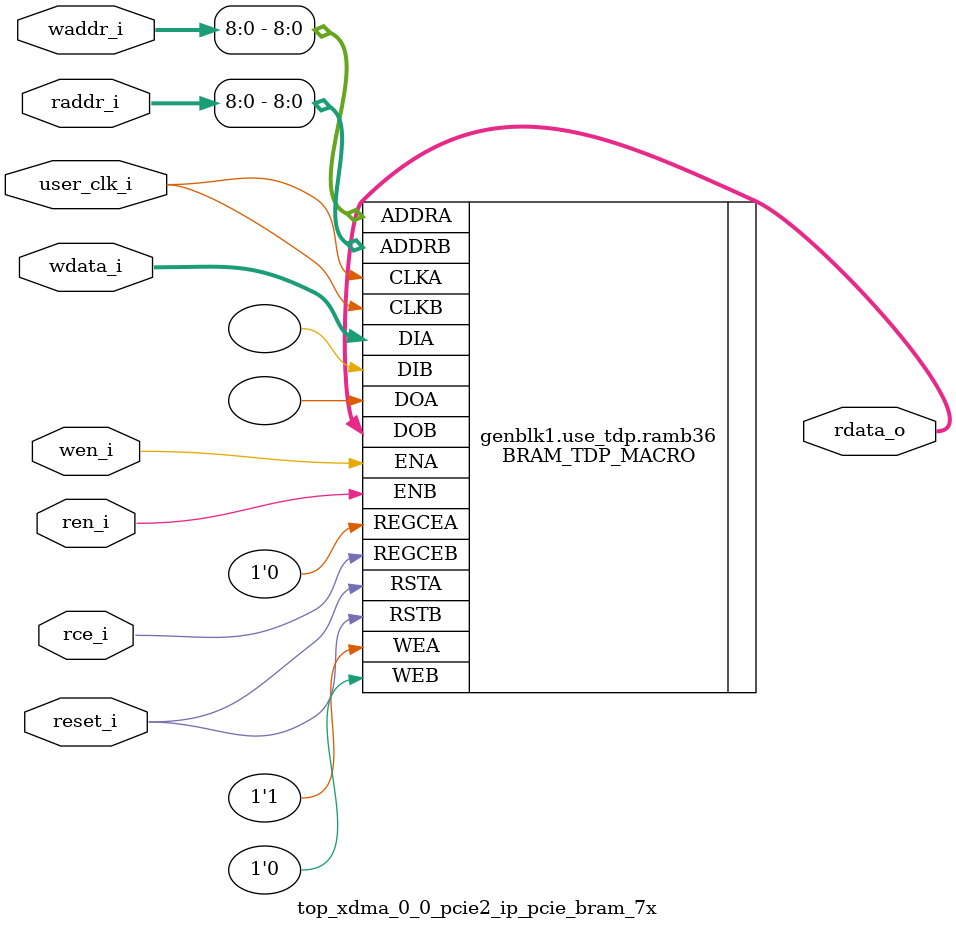
<source format=v>

`timescale 1ps/1ps

(* DowngradeIPIdentifiedWarnings = "yes" *)
module top_xdma_0_0_pcie2_ip_pcie_bram_7x
  #(
    parameter [3:0]  LINK_CAP_MAX_LINK_SPEED = 4'h1,        // PCIe Link Speed : 1 - 2.5 GT/s; 2 - 5.0 GT/s
    parameter [5:0]  LINK_CAP_MAX_LINK_WIDTH = 6'h08,       // PCIe Link Width : 1 / 2 / 4 / 8
    parameter IMPL_TARGET = "HARD",                         // the implementation target : HARD, SOFT
    parameter DOB_REG = 0,                                  // 1 - use the output register;
                                                            // 0 - don't use the output register
    parameter WIDTH = 0                                     // supported WIDTH's : 4, 9, 18, 36 - uses RAMB36
                                                            //                     72 - uses RAMB36SDP
    )
    (
     input               user_clk_i,// user clock
     input               reset_i,   // bram reset

     input               wen_i,     // write enable
     input [12:0]        waddr_i,   // write address
     input [WIDTH - 1:0] wdata_i,   // write data

     input               ren_i,     // read enable
     input               rce_i,     // output register clock enable
     input [12:0]        raddr_i,   // read address

     output [WIDTH - 1:0] rdata_o   // read data
     );

   // map the address bits
   localparam ADDR_MSB = ((WIDTH == 4)  ? 12 :
                          (WIDTH == 9)  ? 11 :
                          (WIDTH == 18) ? 10 :
                          (WIDTH == 36) ?  9 :
                                           8
                          );

   // set the width of the tied off low address bits
   localparam ADDR_LO_BITS = ((WIDTH == 4)  ? 2 :
                              (WIDTH == 9)  ? 3 :
                              (WIDTH == 18) ? 4 :
                              (WIDTH == 36) ? 5 :
                                              0 // for WIDTH 72 use RAMB36SDP
                              );

   // map the data bits
   localparam D_MSB =  ((WIDTH == 4)  ?  3 :
                        (WIDTH == 9)  ?  7 :
                        (WIDTH == 18) ? 15 :
                        (WIDTH == 36) ? 31 :
                                        63
                        );

   // map the data parity bits
   localparam DP_LSB =  D_MSB + 1;

   localparam DP_MSB =  ((WIDTH == 4)  ? 4 :
                         (WIDTH == 9)  ? 8 :
                         (WIDTH == 18) ? 17 :
                         (WIDTH == 36) ? 35 :
                                         71
                        );

   localparam DPW = DP_MSB - DP_LSB + 1;
   localparam WRITE_MODE = ((WIDTH == 72) && (!((LINK_CAP_MAX_LINK_SPEED == 4'h2) && (LINK_CAP_MAX_LINK_WIDTH == 6'h08)))) ? "WRITE_FIRST" :
                           ((LINK_CAP_MAX_LINK_SPEED == 4'h2) && (LINK_CAP_MAX_LINK_WIDTH == 6'h08)) ? "WRITE_FIRST" : "NO_CHANGE";

   localparam DEVICE = (IMPL_TARGET == "HARD") ? "7SERIES" : "VIRTEX6";
   localparam BRAM_SIZE = "36Kb";

   localparam WE_WIDTH =(DEVICE == "VIRTEX5" || DEVICE == "VIRTEX6" || DEVICE == "7SERIES") ?
                            ((WIDTH <= 9) ? 1 :
                             (WIDTH > 9 && WIDTH <= 18) ? 2 :
                             (WIDTH > 18 && WIDTH <= 36) ? 4 :
                             (WIDTH > 36 && WIDTH <= 72) ? 8 :
                             (BRAM_SIZE == "18Kb") ? 4 : 8 ) : 8;

   //synthesis translate_off
   initial begin
      //$display("[%t] %m DOB_REG %0d WIDTH %0d ADDR_MSB %0d ADDR_LO_BITS %0d DP_MSB %0d DP_LSB %0d D_MSB %0d",
      //          $time, DOB_REG,   WIDTH,    ADDR_MSB,    ADDR_LO_BITS,    DP_MSB,    DP_LSB,    D_MSB);

      case (WIDTH)
        4,9,18,36,72:;
        default:
          begin
             $display("[%t] %m Error WIDTH %0d not supported", $time, WIDTH);
             $finish;
          end
      endcase // case (WIDTH)
   end
   //synthesis translate_on

   generate
   if ((LINK_CAP_MAX_LINK_WIDTH == 6'h08 && LINK_CAP_MAX_LINK_SPEED == 4'h2) || (WIDTH == 72)) begin : use_sdp
        BRAM_SDP_MACRO #(
               .DEVICE        (DEVICE),
               .BRAM_SIZE     (BRAM_SIZE),
               .DO_REG        (DOB_REG),
               .READ_WIDTH    (WIDTH),
               .WRITE_WIDTH   (WIDTH),
               .WRITE_MODE    (WRITE_MODE)
               )
        ramb36sdp(
               .DO             (rdata_o[WIDTH-1:0]),
               .DI             (wdata_i[WIDTH-1:0]),
               .RDADDR         (raddr_i[ADDR_MSB:0]),
               .RDCLK          (user_clk_i),
               .RDEN           (ren_i),
               .REGCE          (rce_i),
               .RST            (reset_i),
               .WE             ({WE_WIDTH{1'b1}}),
               .WRADDR         (waddr_i[ADDR_MSB:0]),
               .WRCLK          (user_clk_i),
               .WREN           (wen_i)
               );

    end  // block: use_sdp
    else if (WIDTH <= 36) begin : use_tdp
    // use RAMB36's if the width is 4, 9, 18, or 36
        BRAM_TDP_MACRO #(
               .DEVICE        (DEVICE),
               .BRAM_SIZE     (BRAM_SIZE),
               .DOA_REG       (0),
               .DOB_REG       (DOB_REG),
               .READ_WIDTH_A  (WIDTH),
               .READ_WIDTH_B  (WIDTH),
               .WRITE_WIDTH_A (WIDTH),
               .WRITE_WIDTH_B (WIDTH),
               .WRITE_MODE_A  (WRITE_MODE)
               )
        ramb36(
               .DOA            (),
               .DOB            (rdata_o[WIDTH-1:0]),
               .ADDRA          (waddr_i[ADDR_MSB:0]),
               .ADDRB          (raddr_i[ADDR_MSB:0]),
               .CLKA           (user_clk_i),
               .CLKB           (user_clk_i),
               .DIA            (wdata_i[WIDTH-1:0]),
               .DIB            ({WIDTH{1'b0}}),
               .ENA            (wen_i),
               .ENB            (ren_i),
               .REGCEA         (1'b0),
               .REGCEB         (rce_i),
               .RSTA           (reset_i),
               .RSTB           (reset_i),
               .WEA            ({WE_WIDTH{1'b1}}),
               .WEB            ({WE_WIDTH{1'b0}})
               );
   end // block: use_tdp
   endgenerate

endmodule // pcie_bram_7x


</source>
